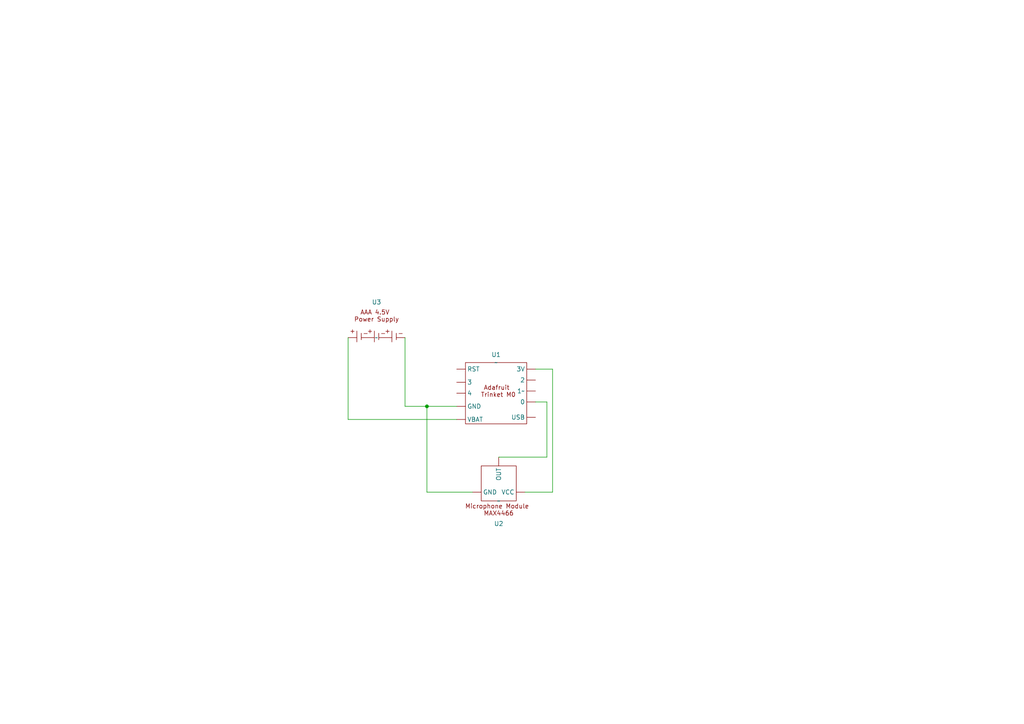
<source format=kicad_sch>
(kicad_sch (version 20230121) (generator eeschema)
  (paper "A4")
  (lib_symbols
    (symbol "Symbol Library:AAA_4.5V_PSU"
      (property "Reference" "U" (at 0 10.16 0))
      (symbol "AAA_4.5V_PSU_0_1"
        (polyline (pts (xy -5.715 1.905) (xy -5.715 -1.27)))
        (polyline (pts (xy -4.445 1.27) (xy -4.445 -0.635)))
        (polyline (pts (xy -0.635 1.905) (xy -0.635 -1.27)))
        (polyline (pts (xy 0.635 1.27) (xy 0.635 -0.635)))
        (polyline (pts (xy 4.445 1.905) (xy 4.445 -1.27)))
        (polyline (pts (xy 5.715 1.27) (xy 5.715 -0.635)))
      )
      (symbol "AAA_4.5V_PSU_1_1"
        (polyline (pts (xy -4.445 0) (xy -0.635 0)))
        (polyline (pts (xy 0.635 0) (xy 4.445 0)))
        (text "+\n" (at -6.985 1.905 0) (effects (font (size 1.27 1.27))))
        (text "+\n" (at -1.905 1.905 0) (effects (font (size 1.27 1.27))))
        (text "+\n" (at 3.175 1.905 0) (effects (font (size 1.27 1.27))))
        (text "-\n" (at -3.175 1.27 0) (effects (font (size 1.27 1.27))))
        (text "-\n" (at 1.905 1.27 0) (effects (font (size 1.27 1.27))))
        (text "-\n" (at 6.985 1.27 0) (effects (font (size 1.27 1.27))))
        (text "AAA 4.5V \nPower Supply" (at 0 6.35 0) (effects (font (size 1.27 1.27))))
        (pin input line (at -8.255 0 0) (length 2.54) (name "") (number ""))
        (pin input line (at 8.255 0 180) (length 2.54) (name "") (number ""))
      )
    )
    (symbol "Symbol Library:Adafruit_Trinket_M0"
      (property "Reference" "U" (at 0 1.905 0))
      (symbol "Adafruit_Trinket_M0_0_1"
        (rectangle (start -8.89 0) (end 8.89 -17.78))
      )
      (symbol "Adafruit_Trinket_M0_1_1"
        (text "Adafruit \nTrinket M0" (at 0.635 -8.255 0) (effects (font (size 1.27 1.27))))
        (pin input line (at 11.43 -11.43 180) (length 2.54) (name "0") (number ""))
        (pin input line (at 11.43 -8.255 180) (length 2.54) (name "1~") (number ""))
        (pin input line (at 11.43 -5.08 180) (length 2.54) (name "2") (number ""))
        (pin input line (at -11.43 -5.715 0) (length 2.54) (name "3") (number ""))
        (pin input line (at 11.43 -1.905 180) (length 2.54) (name "3V") (number ""))
        (pin input line (at -11.43 -8.89 0) (length 2.54) (name "4") (number ""))
        (pin input line (at -11.43 -12.7 0) (length 2.54) (name "GND") (number ""))
        (pin input line (at -11.43 -1.905 0) (length 2.54) (name "RST") (number ""))
        (pin input line (at 11.43 -15.875 180) (length 2.54) (name "USB") (number ""))
        (pin input line (at -11.43 -16.51 0) (length 2.54) (name "VBAT") (number ""))
      )
    )
    (symbol "Symbol Library:Microphone_Amplifier_Module_MAX4466"
      (property "Reference" "U" (at 0 5.715 0))
      (symbol "Microphone_Amplifier_Module_MAX4466_0_1"
        (rectangle (start -5.08 0) (end 5.08 -10.16))
      )
      (symbol "Microphone_Amplifier_Module_MAX4466_1_1"
        (text "Microphone Module \nMAX4466" (at 0 2.54 0) (effects (font (size 1.27 1.27))))
        (pin input line (at 7.62 -2.54 180) (length 2.54) (name "GND") (number ""))
        (pin input line (at 0 -12.7 90) (length 2.54) (name "OUT") (number ""))
        (pin input line (at -7.62 -2.54 0) (length 2.54) (name "VCC") (number ""))
      )
    )
  )
  (junction (at 123.825 117.856))
  (wire (pts (xy 160.274 142.748) (xy 160.274 107.061)))
  (wire (pts (xy 158.623 116.586) (xy 155.321 116.586)))
  (wire (pts (xy 144.653 132.588) (xy 158.623 132.588)))
  (wire (pts (xy 123.825 142.748) (xy 137.033 142.748)))
  (wire (pts (xy 123.825 117.856) (xy 123.825 142.748)))
  (wire (pts (xy 100.965 97.917) (xy 100.965 121.666)))
  (wire (pts (xy 123.825 117.856) (xy 132.461 117.856)))
  (wire (pts (xy 160.274 107.061) (xy 155.321 107.061)))
  (wire (pts (xy 117.475 117.856) (xy 123.825 117.856)))
  (wire (pts (xy 100.965 121.666) (xy 132.461 121.666)))
  (wire (pts (xy 152.273 142.748) (xy 160.274 142.748)))
  (wire (pts (xy 117.475 97.917) (xy 117.475 117.856)))
  (wire (pts (xy 158.623 132.588) (xy 158.623 116.586)))
  (symbol (lib_id "Symbol Library:Adafruit_Trinket_M0") (at 143.891 105.156 0) (unit 1)
    (property "Reference" "U1" (at 143.891 102.87 0))
    (property "Value" "~" (at 143.891 105.156 0))
  )
  (symbol (lib_id "Symbol Library:Microphone_Amplifier_Module_MAX4466") (at 144.653 145.288 180) (unit 1)
    (property "Reference" "U2" (at 144.653 151.892 0))
    (property "Value" "~" (at 144.653 145.288 0))
  )
  (symbol (lib_id "Symbol Library:AAA_4.5V_PSU") (at 109.22 97.917 0) (unit 1)
    (property "Reference" "U3" (at 109.22 87.63 0))
    (property "Value" "~" (at 109.22 97.917 0))
  )
)
</source>
